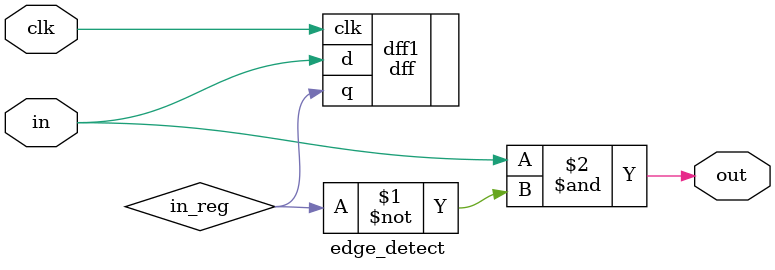
<source format=v>
module edge_detect(clk, in, out);

	input clk;
	input in;
	output out;

	wire in_reg;

	dff dff1(.clk(clk),.d(in), .q(in_reg));

	// "out" is high only if "in" wasn't
	// high in the previous cycle.
	assign out = in & (~in_reg);

endmodule
</source>
